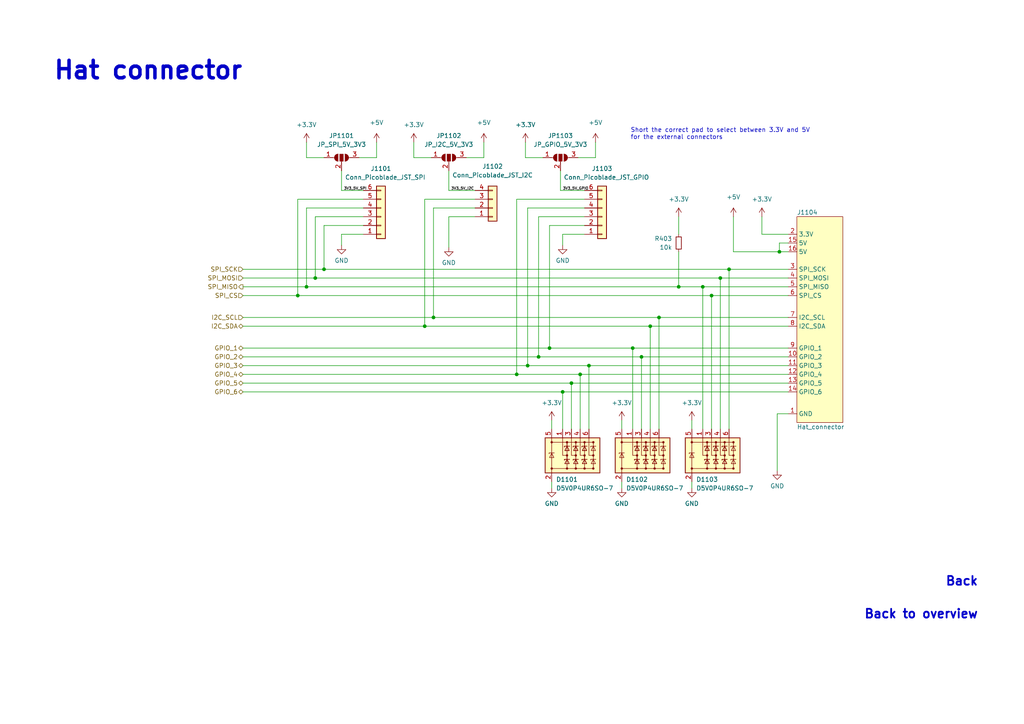
<source format=kicad_sch>
(kicad_sch (version 20230121) (generator eeschema)
  (paper "A4")
  (title_block (title "Hat Connector") (company "EPFL Xplore") (comment 2 "Author: Vincent Nguyen"))
  (lib_symbols
    (symbol "0_connectors:Hat_connector"
      (property "Reference" "J" (at -6.35 -26.035 0))
      (property "Value" "Hat_connector" (at -6.985 36.195 0))
      (symbol "Hat_connector_0_0"
        (pin power_in line (at -9.525 -22.225 0) (length 2.54) (name "GND") (number "1"))
        (pin bidirectional line (at -9.525 -5.715 0) (length 2.54) (name "GPIO_2") (number "10"))
        (pin bidirectional line (at -9.525 -8.255 0) (length 2.54) (name "GPIO_3") (number "11"))
        (pin bidirectional line (at -9.525 -10.795 0) (length 2.54) (name "GPIO_4") (number "12"))
        (pin bidirectional line (at -9.525 -13.335 0) (length 2.54) (name "GPIO_5") (number "13"))
        (pin bidirectional line (at -9.525 -15.875 0) (length 2.54) (name "GPIO_6") (number "14"))
        (pin power_in line (at -9.525 27.305 0) (length 2.54) (name "5V") (number "15"))
        (pin power_in line (at -9.525 24.765 0) (length 2.54) (name "5V") (number "16"))
        (pin power_in line (at -9.525 29.845 0) (length 2.54) (name "3.3V") (number "2"))
        (pin output line (at -9.525 19.685 0) (length 2.54) (name "SPI_SCK") (number "3"))
        (pin output line (at -9.525 17.145 0) (length 2.54) (name "SPI_MOSI") (number "4"))
        (pin input line (at -9.525 14.605 0) (length 2.54) (name "SPI_MISO") (number "5"))
        (pin output line (at -9.525 12.065 0) (length 2.54) (name "SPI_CS") (number "6"))
        (pin output line (at -9.525 5.715 0) (length 2.54) (name "I2C_SCL") (number "7"))
        (pin bidirectional line (at -9.525 3.175 0) (length 2.54) (name "I2C_SDA") (number "8"))
        (pin bidirectional line (at -9.525 -3.175 0) (length 2.54) (name "GPIO_1") (number "9"))
      )
      (symbol "Hat_connector_0_1"
        (rectangle (start -6.985 34.925) (end 6.35 -24.765) (fill (type background)))
      )
    )
    (symbol "0_power_protection:D5V0P4UR6SO-7" (pin_names hide)
      (property "Reference" "D" (at 7.366 6.604 0))
      (property "Value" "D5V0P4UR6SO-7" (at 3.048 -6.35 0))
      (symbol "D5V0P4UR6SO-7_0_0"
        (pin passive line (at -5.715 -7.62 90) (length 2.54) (name "VSS") (number "2"))
        (pin passive line (at -5.715 7.62 270) (length 2.54) (name "VCC") (number "5"))
      )
      (symbol "D5V0P4UR6SO-7_0_1"
        (rectangle (start -7.62 5.08) (end 8.255 -5.08) (stroke (width 0.254)) (fill (type background)))
        (circle (center -5.715 -3.81) (radius 0.254) (fill (type outline)))
        (circle (center -5.715 3.81) (radius 0.254) (fill (type outline)))
        (circle (center -1.27 -3.81) (radius 0.254) (fill (type outline)))
        (circle (center -1.27 0) (radius 0.254) (fill (type outline)))
        (circle (center -1.27 3.81) (radius 0.254) (fill (type outline)))
        (polyline (pts (xy -5.715 0.635) (xy -5.715 -5.08)))
        (polyline (pts (xy -5.715 1.905) (xy -5.715 0.635)))
        (polyline (pts (xy -5.715 5.08) (xy -5.715 1.905)))
        (polyline (pts (xy -1.27 -3.81) (xy -5.715 -3.81)))
        (polyline (pts (xy -1.27 0.127) (xy -1.27 -1.143)))
        (polyline (pts (xy -1.27 2.667) (xy -1.27 -1.143)))
        (polyline (pts (xy -1.27 3.937) (xy -1.27 2.667)))
        (polyline (pts (xy -1.27 3.937) (xy -1.27 2.667)))
        (polyline (pts (xy 1.27 0.127) (xy 1.27 -1.143)))
        (polyline (pts (xy 1.27 2.667) (xy 1.27 -1.143)))
        (polyline (pts (xy 1.27 3.937) (xy 1.27 2.667)))
        (polyline (pts (xy 1.27 3.937) (xy 1.27 2.667)))
        (polyline (pts (xy 3.81 0.127) (xy 3.81 -1.143)))
        (polyline (pts (xy 3.81 2.667) (xy 3.81 -1.143)))
        (polyline (pts (xy 3.81 3.937) (xy 3.81 2.667)))
        (polyline (pts (xy 3.81 3.937) (xy 3.81 2.667)))
        (polyline (pts (xy 6.096 3.81) (xy -5.969 3.81)))
        (polyline (pts (xy 6.35 -3.683) (xy 6.35 2.667)))
        (polyline (pts (xy 6.35 3.937) (xy 6.35 2.667)))
        (polyline (pts (xy 6.985 -1.143) (xy 7.112 -1.143)))
        (polyline (pts (xy 6.985 2.667) (xy 7.112 2.667)))
        (polyline (pts (xy -2.54 5.08) (xy -2.54 0) (xy -1.27 0)))
        (polyline (pts (xy -1.27 -1.27) (xy -1.27 -3.81) (xy 1.27 -3.81)))
        (polyline (pts (xy 0 5.08) (xy 0 0) (xy 1.27 0)))
        (polyline (pts (xy 1.27 -1.27) (xy 1.27 -3.81) (xy 6.35 -3.81)))
        (polyline (pts (xy 2.54 5.08) (xy 2.54 0) (xy 3.81 0)))
        (polyline (pts (xy 3.81 -1.27) (xy 3.81 -3.81) (xy 3.81 -3.81)))
        (polyline (pts (xy 5.08 5.08) (xy 5.08 0) (xy 6.35 0)))
        (polyline (pts (xy 6.985 -1.143) (xy 5.588 -1.143) (xy 5.588 -1.397)))
        (polyline (pts (xy 6.985 2.667) (xy 5.588 2.667) (xy 5.588 2.413)))
        (polyline (pts (xy -6.4836 0.4649) (xy -6.4836 0.7189) (xy -5.0866 0.7189) (xy -4.9596 0.7189)))
        (polyline (pts (xy -5.715 0.635) (xy -5.08 -0.635) (xy -6.35 -0.635) (xy -5.715 0.635)))
        (polyline (pts (xy -2.032 -1.397) (xy -2.032 -1.143) (xy -0.635 -1.143) (xy -0.508 -1.143)))
        (polyline (pts (xy -2.032 -1.397) (xy -2.032 -1.143) (xy -0.635 -1.143) (xy -0.508 -1.143)))
        (polyline (pts (xy -2.032 2.413) (xy -2.032 2.667) (xy -0.635 2.667) (xy -0.508 2.667)))
        (polyline (pts (xy -2.032 2.413) (xy -2.032 2.667) (xy -0.635 2.667) (xy -0.508 2.667)))
        (polyline (pts (xy -1.27 -1.143) (xy -0.635 -2.413) (xy -1.905 -2.413) (xy -1.27 -1.143)))
        (polyline (pts (xy -1.27 -1.143) (xy -0.635 -2.413) (xy -1.905 -2.413) (xy -1.27 -1.143)))
        (polyline (pts (xy -1.27 2.667) (xy -0.635 1.397) (xy -1.905 1.397) (xy -1.27 2.667)))
        (polyline (pts (xy -1.27 2.667) (xy -0.635 1.397) (xy -1.905 1.397) (xy -1.27 2.667)))
        (polyline (pts (xy 0.508 -1.397) (xy 0.508 -1.143) (xy 1.905 -1.143) (xy 2.032 -1.143)))
        (polyline (pts (xy 0.508 -1.397) (xy 0.508 -1.143) (xy 1.905 -1.143) (xy 2.032 -1.143)))
        (polyline (pts (xy 0.508 2.413) (xy 0.508 2.667) (xy 1.905 2.667) (xy 2.032 2.667)))
        (polyline (pts (xy 0.508 2.413) (xy 0.508 2.667) (xy 1.905 2.667) (xy 2.032 2.667)))
        (polyline (pts (xy 1.27 -1.143) (xy 1.905 -2.413) (xy 0.635 -2.413) (xy 1.27 -1.143)))
        (polyline (pts (xy 1.27 -1.143) (xy 1.905 -2.413) (xy 0.635 -2.413) (xy 1.27 -1.143)))
        (polyline (pts (xy 1.27 2.667) (xy 1.905 1.397) (xy 0.635 1.397) (xy 1.27 2.667)))
        (polyline (pts (xy 1.27 2.667) (xy 1.905 1.397) (xy 0.635 1.397) (xy 1.27 2.667)))
        (polyline (pts (xy 3.048 -1.397) (xy 3.048 -1.143) (xy 4.445 -1.143) (xy 4.572 -1.143)))
        (polyline (pts (xy 3.048 -1.397) (xy 3.048 -1.143) (xy 4.445 -1.143) (xy 4.572 -1.143)))
        (polyline (pts (xy 3.048 2.413) (xy 3.048 2.667) (xy 4.445 2.667) (xy 4.572 2.667)))
        (polyline (pts (xy 3.048 2.413) (xy 3.048 2.667) (xy 4.445 2.667) (xy 4.572 2.667)))
        (polyline (pts (xy 3.81 -1.143) (xy 4.445 -2.413) (xy 3.175 -2.413) (xy 3.81 -1.143)))
        (polyline (pts (xy 3.81 -1.143) (xy 4.445 -2.413) (xy 3.175 -2.413) (xy 3.81 -1.143)))
        (polyline (pts (xy 3.81 2.667) (xy 4.445 1.397) (xy 3.175 1.397) (xy 3.81 2.667)))
        (polyline (pts (xy 3.81 2.667) (xy 4.445 1.397) (xy 3.175 1.397) (xy 3.81 2.667)))
        (polyline (pts (xy 6.985 -2.413) (xy 5.715 -2.413) (xy 6.35 -1.143) (xy 6.985 -2.413)))
        (polyline (pts (xy 6.985 1.397) (xy 5.715 1.397) (xy 6.35 2.667) (xy 6.985 1.397)))
        (circle (center 1.27 -3.81) (radius 0.254) (fill (type outline)))
        (circle (center 1.27 0) (radius 0.254) (fill (type outline)))
        (circle (center 1.27 3.81) (radius 0.254) (fill (type outline)))
        (circle (center 3.81 -3.81) (radius 0.254) (fill (type outline)))
        (circle (center 3.81 0) (radius 0.254) (fill (type outline)))
        (circle (center 3.81 3.81) (radius 0.254) (fill (type outline)))
        (circle (center 6.35 -3.81) (radius 0.254) (fill (type outline)))
        (circle (center 6.35 0) (radius 0.254) (fill (type outline)))
        (circle (center 6.35 3.81) (radius 0.254) (fill (type outline)))
      )
      (symbol "D5V0P4UR6SO-7_1_1"
        (pin passive line (at -2.54 7.62 270) (length 2.54) (name "IO1") (number "1"))
        (pin passive line (at 0 7.62 270) (length 2.54) (name "IO2") (number "3"))
        (pin passive line (at 2.54 7.62 270) (length 2.54) (name "IO3") (number "4"))
        (pin passive line (at 5.08 7.62 270) (length 2.54) (name "IO4") (number "6"))
      )
    )
    (symbol "Connector_Generic:Conn_01x04" (pin_names (offset 1.016) hide)
      (property "Reference" "J" (at 0 5.08 0))
      (property "Value" "Conn_01x04" (at 0 -7.62 0))
      (symbol "Conn_01x04_1_1"
        (rectangle (start -1.27 -4.953) (end 0 -5.207) (stroke (width 0.1524)))
        (rectangle (start -1.27 -2.413) (end 0 -2.667) (stroke (width 0.1524)))
        (rectangle (start -1.27 0.127) (end 0 -0.127) (stroke (width 0.1524)))
        (rectangle (start -1.27 2.667) (end 0 2.413) (stroke (width 0.1524)))
        (rectangle (start -1.27 3.81) (end 1.27 -6.35) (stroke (width 0.254)) (fill (type background)))
        (pin passive line (at -5.08 2.54 0) (length 3.81) (name "Pin_1") (number "1"))
        (pin passive line (at -5.08 0 0) (length 3.81) (name "Pin_2") (number "2"))
        (pin passive line (at -5.08 -2.54 0) (length 3.81) (name "Pin_3") (number "3"))
        (pin passive line (at -5.08 -5.08 0) (length 3.81) (name "Pin_4") (number "4"))
      )
    )
    (symbol "Connector_Generic:Conn_01x06" (pin_names (offset 1.016) hide)
      (property "Reference" "J" (at 0 7.62 0))
      (property "Value" "Conn_01x06" (at 0 -10.16 0))
      (symbol "Conn_01x06_1_1"
        (rectangle (start -1.27 -7.493) (end 0 -7.747) (stroke (width 0.1524)))
        (rectangle (start -1.27 -4.953) (end 0 -5.207) (stroke (width 0.1524)))
        (rectangle (start -1.27 -2.413) (end 0 -2.667) (stroke (width 0.1524)))
        (rectangle (start -1.27 0.127) (end 0 -0.127) (stroke (width 0.1524)))
        (rectangle (start -1.27 2.667) (end 0 2.413) (stroke (width 0.1524)))
        (rectangle (start -1.27 5.207) (end 0 4.953) (stroke (width 0.1524)))
        (rectangle (start -1.27 6.35) (end 1.27 -8.89) (stroke (width 0.254)) (fill (type background)))
        (pin passive line (at -5.08 5.08 0) (length 3.81) (name "Pin_1") (number "1"))
        (pin passive line (at -5.08 2.54 0) (length 3.81) (name "Pin_2") (number "2"))
        (pin passive line (at -5.08 0 0) (length 3.81) (name "Pin_3") (number "3"))
        (pin passive line (at -5.08 -2.54 0) (length 3.81) (name "Pin_4") (number "4"))
        (pin passive line (at -5.08 -5.08 0) (length 3.81) (name "Pin_5") (number "5"))
        (pin passive line (at -5.08 -7.62 0) (length 3.81) (name "Pin_6") (number "6"))
      )
    )
    (symbol "Device:R_Small" (pin_numbers hide) (pin_names (offset 0.254) hide)
      (property "Reference" "R" (at 0.762 0.508 0))
      (property "Value" "R_Small" (at 0.762 -1.016 0))
      (symbol "R_Small_0_1"
        (rectangle (start -0.762 1.778) (end 0.762 -1.778) (stroke (width 0.2032)))
      )
      (symbol "R_Small_1_1"
        (pin passive line (at 0 2.54 270) (length 0.762) (name "~") (number "1"))
        (pin passive line (at 0 -2.54 90) (length 0.762) (name "~") (number "2"))
      )
    )
    (symbol "Jumper:SolderJumper_3_Open" (pin_names (offset 0) hide)
      (property "Reference" "JP" (at -2.54 -2.54 0))
      (property "Value" "SolderJumper_3_Open" (at 0 2.794 0))
      (symbol "SolderJumper_3_Open_0_1"
        (arc (start -1.016 1.016) (mid -2.0276 0) (end -1.016 -1.016))
        (arc (start -1.016 1.016) (mid -2.0276 0) (end -1.016 -1.016) (fill (type outline)))
        (rectangle (start -0.508 1.016) (end 0.508 -1.016) (fill (type outline)))
        (polyline (pts (xy -2.54 0) (xy -2.032 0)))
        (polyline (pts (xy -1.016 1.016) (xy -1.016 -1.016)))
        (polyline (pts (xy 0 -1.27) (xy 0 -1.016)))
        (polyline (pts (xy 1.016 1.016) (xy 1.016 -1.016)))
        (polyline (pts (xy 2.54 0) (xy 2.032 0)))
        (arc (start 1.016 -1.016) (mid 2.0276 0) (end 1.016 1.016))
        (arc (start 1.016 -1.016) (mid 2.0276 0) (end 1.016 1.016) (fill (type outline)))
      )
      (symbol "SolderJumper_3_Open_1_1"
        (pin passive line (at -5.08 0 0) (length 2.54) (name "A") (number "1"))
        (pin passive line (at 0 -3.81 90) (length 2.54) (name "C") (number "2"))
        (pin passive line (at 5.08 0 180) (length 2.54) (name "B") (number "3"))
      )
    )
    (symbol "power:+3.3V" (power) (pin_names (offset 0))
      (property "Value" "+3.3V" (at 0 3.556 0))
      (symbol "+3.3V_0_1"
        (polyline (pts (xy -0.762 1.27) (xy 0 2.54)))
        (polyline (pts (xy 0 0) (xy 0 2.54)))
        (polyline (pts (xy 0 2.54) (xy 0.762 1.27)))
      )
      (symbol "+3.3V_1_1"
        (pin power_in line (at 0 0 90) (length 0) hide (name "+3.3V") (number "1"))
      )
    )
    (symbol "power:+5V" (power) (pin_names (offset 0))
      (property "Value" "+5V" (at 0 3.556 0))
      (symbol "+5V_0_1"
        (polyline (pts (xy -0.762 1.27) (xy 0 2.54)))
        (polyline (pts (xy 0 0) (xy 0 2.54)))
        (polyline (pts (xy 0 2.54) (xy 0.762 1.27)))
      )
      (symbol "+5V_1_1"
        (pin power_in line (at 0 0 90) (length 0) hide (name "+5V") (number "1"))
      )
    )
    (symbol "power:GND" (power) (pin_names (offset 0))
      (property "Value" "GND" (at 0 -3.81 0))
      (symbol "GND_0_1"
        (polyline (pts (xy 0 0) (xy 0 -1.27) (xy 1.27 -1.27) (xy 0 -2.54) (xy -1.27 -1.27) (xy 0 -1.27)))
      )
      (symbol "GND_1_1"
        (pin power_in line (at 0 0 270) (length 0) hide (name "GND") (number "1"))
      )
    )
  )
  (junction (at 226.06 73.025))
  (junction (at 183.515 100.965))
  (junction (at 86.36 85.725))
  (junction (at 153.035 106.045))
  (junction (at 88.9 83.185))
  (junction (at 170.815 106.045))
  (junction (at 186.055 103.505))
  (junction (at 168.275 108.585))
  (junction (at 211.455 78.105))
  (junction (at 203.835 83.185))
  (junction (at 91.44 80.645))
  (junction (at 208.915 80.645))
  (junction (at 165.735 111.125))
  (junction (at 149.86 108.585))
  (junction (at 163.195 113.665))
  (junction (at 206.375 85.725))
  (junction (at 191.135 92.075))
  (junction (at 123.19 94.615))
  (junction (at 93.98 78.105))
  (junction (at 188.595 94.615))
  (junction (at 125.73 92.075))
  (junction (at 156.21 103.505))
  (junction (at 159.385 100.965))
  (junction (at 196.85 83.185))
  (wire (pts (xy 208.915 80.645) (xy 208.915 124.46)))
  (wire (pts (xy 149.86 57.785) (xy 149.86 108.585)))
  (wire (pts (xy 163.195 113.665) (xy 163.195 124.46)))
  (wire (pts (xy 163.195 113.665) (xy 228.6 113.665)))
  (wire (pts (xy 93.98 65.405) (xy 93.98 78.105)))
  (wire (pts (xy 70.485 106.045) (xy 153.035 106.045)))
  (wire (pts (xy 130.175 71.755) (xy 130.175 62.865)))
  (wire (pts (xy 162.56 49.53) (xy 162.56 55.245)))
  (wire (pts (xy 170.815 106.045) (xy 228.6 106.045)))
  (wire (pts (xy 140.335 41.275) (xy 140.335 45.72)))
  (wire (pts (xy 152.4 45.72) (xy 157.48 45.72)))
  (wire (pts (xy 70.485 103.505) (xy 156.21 103.505)))
  (wire (pts (xy 153.035 106.045) (xy 170.815 106.045)))
  (wire (pts (xy 228.6 73.025) (xy 226.06 73.025)))
  (wire (pts (xy 168.275 108.585) (xy 228.6 108.585)))
  (wire (pts (xy 225.425 120.015) (xy 228.6 120.015)))
  (wire (pts (xy 99.06 49.53) (xy 99.06 55.245)))
  (wire (pts (xy 70.485 85.725) (xy 86.36 85.725)))
  (wire (pts (xy 70.485 113.665) (xy 163.195 113.665)))
  (wire (pts (xy 169.545 62.865) (xy 156.21 62.865)))
  (wire (pts (xy 163.195 71.12) (xy 163.195 67.945)))
  (wire (pts (xy 170.815 106.045) (xy 170.815 124.46)))
  (wire (pts (xy 91.44 62.865) (xy 91.44 80.645)))
  (wire (pts (xy 220.98 67.945) (xy 228.6 67.945)))
  (wire (pts (xy 160.02 121.92) (xy 160.02 124.46)))
  (wire (pts (xy 70.485 78.105) (xy 93.98 78.105)))
  (wire (pts (xy 156.21 62.865) (xy 156.21 103.505)))
  (wire (pts (xy 165.735 111.125) (xy 165.735 124.46)))
  (wire (pts (xy 183.515 100.965) (xy 228.6 100.965)))
  (wire (pts (xy 188.595 94.615) (xy 228.6 94.615)))
  (wire (pts (xy 226.06 70.485) (xy 228.6 70.485)))
  (wire (pts (xy 200.66 139.7) (xy 200.66 141.605)))
  (wire (pts (xy 226.06 73.025) (xy 226.06 70.485)))
  (wire (pts (xy 156.21 103.505) (xy 186.055 103.505)))
  (wire (pts (xy 191.135 92.075) (xy 228.6 92.075)))
  (wire (pts (xy 70.485 80.645) (xy 91.44 80.645)))
  (wire (pts (xy 206.375 85.725) (xy 228.6 85.725)))
  (wire (pts (xy 191.135 92.075) (xy 191.135 124.46)))
  (wire (pts (xy 225.425 136.525) (xy 225.425 120.015)))
  (wire (pts (xy 162.56 55.245) (xy 169.545 55.245)))
  (wire (pts (xy 153.035 60.325) (xy 153.035 106.045)))
  (wire (pts (xy 70.485 92.075) (xy 125.73 92.075)))
  (wire (pts (xy 88.9 45.72) (xy 93.98 45.72)))
  (wire (pts (xy 211.455 78.105) (xy 228.6 78.105)))
  (wire (pts (xy 203.835 83.185) (xy 228.6 83.185)))
  (wire (pts (xy 88.9 60.325) (xy 88.9 83.185)))
  (wire (pts (xy 203.835 83.185) (xy 203.835 124.46)))
  (wire (pts (xy 70.485 100.965) (xy 159.385 100.965)))
  (wire (pts (xy 212.725 73.025) (xy 226.06 73.025)))
  (wire (pts (xy 120.015 41.275) (xy 120.015 45.72)))
  (wire (pts (xy 140.335 45.72) (xy 135.255 45.72)))
  (wire (pts (xy 70.485 108.585) (xy 149.86 108.585)))
  (wire (pts (xy 200.66 121.92) (xy 200.66 124.46)))
  (wire (pts (xy 105.41 57.785) (xy 86.36 57.785)))
  (wire (pts (xy 91.44 80.645) (xy 208.915 80.645)))
  (wire (pts (xy 196.85 83.185) (xy 203.835 83.185)))
  (wire (pts (xy 105.41 60.325) (xy 88.9 60.325)))
  (wire (pts (xy 123.19 57.785) (xy 123.19 94.615)))
  (wire (pts (xy 109.22 45.72) (xy 104.14 45.72)))
  (wire (pts (xy 186.055 103.505) (xy 186.055 124.46)))
  (wire (pts (xy 105.41 65.405) (xy 93.98 65.405)))
  (wire (pts (xy 109.22 41.275) (xy 109.22 45.72)))
  (wire (pts (xy 212.725 62.865) (xy 212.725 73.025)))
  (wire (pts (xy 186.055 103.505) (xy 228.6 103.505)))
  (wire (pts (xy 172.72 45.72) (xy 167.64 45.72)))
  (wire (pts (xy 180.34 121.92) (xy 180.34 124.46)))
  (wire (pts (xy 168.275 108.585) (xy 168.275 124.46)))
  (wire (pts (xy 125.73 92.075) (xy 191.135 92.075)))
  (wire (pts (xy 70.485 111.125) (xy 165.735 111.125)))
  (wire (pts (xy 183.515 100.965) (xy 183.515 124.46)))
  (wire (pts (xy 163.195 67.945) (xy 169.545 67.945)))
  (wire (pts (xy 120.015 45.72) (xy 125.095 45.72)))
  (wire (pts (xy 137.795 57.785) (xy 123.19 57.785)))
  (wire (pts (xy 169.545 57.785) (xy 149.86 57.785)))
  (wire (pts (xy 93.98 78.105) (xy 211.455 78.105)))
  (wire (pts (xy 99.06 55.245) (xy 105.41 55.245)))
  (wire (pts (xy 206.375 85.725) (xy 206.375 124.46)))
  (wire (pts (xy 137.795 60.325) (xy 125.73 60.325)))
  (wire (pts (xy 152.4 41.275) (xy 152.4 45.72)))
  (wire (pts (xy 86.36 57.785) (xy 86.36 85.725)))
  (wire (pts (xy 180.34 139.7) (xy 180.34 141.605)))
  (wire (pts (xy 105.41 62.865) (xy 91.44 62.865)))
  (wire (pts (xy 211.455 78.105) (xy 211.455 124.46)))
  (wire (pts (xy 196.85 62.865) (xy 196.85 67.945)))
  (wire (pts (xy 165.735 111.125) (xy 228.6 111.125)))
  (wire (pts (xy 172.72 41.275) (xy 172.72 45.72)))
  (wire (pts (xy 169.545 60.325) (xy 153.035 60.325)))
  (wire (pts (xy 70.485 83.185) (xy 88.9 83.185)))
  (wire (pts (xy 169.545 65.405) (xy 159.385 65.405)))
  (wire (pts (xy 159.385 100.965) (xy 183.515 100.965)))
  (wire (pts (xy 159.385 65.405) (xy 159.385 100.965)))
  (wire (pts (xy 130.175 62.865) (xy 137.795 62.865)))
  (wire (pts (xy 188.595 124.46) (xy 188.595 94.615)))
  (wire (pts (xy 220.98 62.865) (xy 220.98 67.945)))
  (wire (pts (xy 125.73 60.325) (xy 125.73 92.075)))
  (wire (pts (xy 88.9 83.185) (xy 196.85 83.185)))
  (wire (pts (xy 130.175 49.53) (xy 130.175 55.245)))
  (wire (pts (xy 160.02 139.7) (xy 160.02 141.605)))
  (wire (pts (xy 86.36 85.725) (xy 206.375 85.725)))
  (wire (pts (xy 208.915 80.645) (xy 228.6 80.645)))
  (wire (pts (xy 70.485 94.615) (xy 123.19 94.615)))
  (wire (pts (xy 88.9 41.275) (xy 88.9 45.72)))
  (wire (pts (xy 99.06 67.945) (xy 105.41 67.945)))
  (wire (pts (xy 149.86 108.585) (xy 168.275 108.585)))
  (wire (pts (xy 130.175 55.245) (xy 137.795 55.245)))
  (wire (pts (xy 123.19 94.615) (xy 188.595 94.615)))
  (wire (pts (xy 99.06 71.12) (xy 99.06 67.945)))
  (wire (pts (xy 196.85 73.025) (xy 196.85 83.185)))
  (text "Hat connector" (at 15.24 23.495 0) (effects (font (size 5.08 5.08) bold) (justify left bottom)))
  (text "Back to overview" (at 283.845 179.705 0) (effects (font (size 2.54 2.54) (thickness 0.508) bold) (justify right bottom)))
  (text "Back" (at 283.845 170.18 0) (effects (font (size 2.54 2.54) (thickness 0.508) bold) (justify right bottom)))
  (text "Short the correct pad to select between 3.3V and 5V \nfor the external connectors" (at 182.88 40.64 0) (effects (font (size 1.27 1.27)) (justify left bottom)))
  (label "3V3_5V_SPI" (at 99.695 55.245 0) (effects (font (size 0.762 0.762))))
  (label "3V3_5V_I2C" (at 130.81 55.245 0) (effects (font (size 0.762 0.762))))
  (label "3V3_5V_GPIO" (at 163.195 55.245 0) (effects (font (size 0.762 0.762))))
  (hierarchical_label "SPI_SCK" (shape input) (at 70.485 78.105 180))
  (hierarchical_label "GPIO_6" (shape bidirectional) (at 70.485 113.665 180))
  (hierarchical_label "GPIO_5" (shape bidirectional) (at 70.485 111.125 180))
  (hierarchical_label "SPI_MOSI" (shape input) (at 70.485 80.645 180))
  (hierarchical_label "I2C_SCL" (shape input) (at 70.485 92.075 180))
  (hierarchical_label "GPIO_4" (shape bidirectional) (at 70.485 108.585 180))
  (hierarchical_label "GPIO_2" (shape bidirectional) (at 70.485 103.505 180))
  (hierarchical_label "I2C_SDA" (shape bidirectional) (at 70.485 94.615 180))
  (hierarchical_label "GPIO_1" (shape bidirectional) (at 70.485 100.965 180))
  (hierarchical_label "SPI_CS" (shape input) (at 70.485 85.725 180))
  (hierarchical_label "SPI_MISO" (shape output) (at 70.485 83.185 180))
  (hierarchical_label "GPIO_3" (shape bidirectional) (at 70.485 106.045 180))
  (symbol (lib_id "power:GND") (at 130.175 71.755 0) (unit 1)
    (property "Reference" "#PWR01104" (effects hide))
    (property "Value" "GND" (at 130.175 76.2 0))
    (instances (project "orion_pcb" (path "" (reference "#PWR01104") (unit 1)) (path "" (reference "#PWR0904") (unit 1)) (path "" (reference "#PWR01004") (unit 1))))
  )
  (symbol (lib_id "0_connectors:Hat_connector") (at 238.125 97.79 0) (unit 1)
    (property "Reference" "J1104" (at 231.14 61.595 0) (effects (justify left)))
    (property "Value" "Hat_connector" (at 231.14 123.825 0) (effects (justify left)))
    (property "Footprint" "0_connectors:Hat_connector" (effects hide))
    (instances (project "orion_pcb" (path "" (reference "J1104") (unit 1)) (path "" (reference "J904") (unit 1)) (path "" (reference "J1004") (unit 1))))
  )
  (symbol (lib_id "power:+5V") (at 140.335 41.275 0) (unit 1)
    (property "Reference" "#PWR01113" (effects hide))
    (property "Value" "+5V" (at 140.335 35.56 0))
    (instances (project "orion_pcb" (path "" (reference "#PWR01113") (unit 1)) (path "" (reference "#PWR0913") (unit 1)) (path "" (reference "#PWR01013") (unit 1))))
  )
  (symbol (lib_id "power:GND") (at 200.66 141.605 0) (unit 1)
    (property "Reference" "#PWR01118" (effects hide))
    (property "Value" "GND" (at 200.66 146.05 0))
    (instances (project "orion_pcb" (path "" (reference "#PWR01118") (unit 1)) (path "" (reference "#PWR0918") (unit 1)) (path "" (reference "#PWR01018") (unit 1))))
  )
  (symbol (lib_id "power:+3.3V") (at 160.02 121.92 0) (unit 1)
    (property "Reference" "#PWR01107" (effects hide))
    (property "Value" "+3.3V" (at 160.02 116.84 0))
    (instances (project "orion_pcb" (path "" (reference "#PWR01107") (unit 1)) (path "" (reference "#PWR0907") (unit 1)) (path "" (reference "#PWR01007") (unit 1))))
  )
  (symbol (lib_id "0_power_protection:D5V0P4UR6SO-7") (at 186.055 132.08 0) (unit 1)
    (property "Reference" "D1102" (at 181.61 139.065 0) (effects (justify left)))
    (property "Value" "D5V0P4UR6SO-7" (at 181.61 141.605 0) (effects (justify left)))
    (property "Footprint" "Package_TO_SOT_SMD:SOT-23-6" (effects hide))
    (property "Datasheet" "https://www.diodes.com/assets/Datasheets/D5V0P4UR6SO.pdf" (effects hide))
    (instances (project "orion_pcb" (path "" (reference "D1102") (unit 1)) (path "" (reference "D902") (unit 1)) (path "" (reference "D1002") (unit 1))))
  )
  (symbol (lib_id "Jumper:SolderJumper_3_Open") (at 130.175 45.72 0) (unit 1) (in_bom no)
    (property "Reference" "JP1102" (at 130.175 39.37 0))
    (property "Value" "JP_I2C_5V_3V3" (at 130.175 41.91 0))
    (property "Footprint" "Jumper:SolderJumper-3_P1.3mm_Open_RoundedPad1.0x1.5mm" (effects hide))
    (instances (project "orion_pcb" (path "" (reference "JP1102") (unit 1)) (path "" (reference "JP902") (unit 1)) (path "" (reference "JP1002") (unit 1))))
  )
  (symbol (lib_id "Connector_Generic:Conn_01x06") (at 110.49 62.865 0) (mirror x) (unit 1)
    (property "Reference" "J1101" (at 110.49 48.895 0))
    (property "Value" "Conn_Picoblade_JST_SPI" (at 111.76 51.435 0))
    (property "Footprint" "0_connectors:PicoBlade_JST-GH-1x06_1.25mm_Vertical" (effects hide))
    (property "Datasheet" "https://www.molex.com/pdm_docs/sd/530470610_sd.pdf" (effects hide))
    (property "Manufacturer ref" "0530470610" (effects hide))
    (property "Digikey ref" "WM1735-ND" (effects hide))
    (instances (project "orion_pcb" (path "" (reference "J1101") (unit 1)) (path "" (reference "J901") (unit 1)) (path "" (reference "J1001") (unit 1))))
  )
  (symbol (lib_id "power:+3.3V") (at 200.66 121.92 0) (unit 1)
    (property "Reference" "#PWR01117" (effects hide))
    (property "Value" "+3.3V" (at 200.66 116.84 0))
    (instances (project "orion_pcb" (path "" (reference "#PWR01117") (unit 1)) (path "" (reference "#PWR0917") (unit 1)) (path "" (reference "#PWR01017") (unit 1))))
  )
  (symbol (lib_id "power:+3.3V") (at 120.015 41.275 0) (unit 1)
    (property "Reference" "#PWR01109" (effects hide))
    (property "Value" "+3.3V" (at 120.015 36.195 0))
    (instances (project "orion_pcb" (path "" (reference "#PWR01109") (unit 1)) (path "" (reference "#PWR0909") (unit 1)) (path "" (reference "#PWR01009") (unit 1))))
  )
  (symbol (lib_id "power:+5V") (at 172.72 41.275 0) (unit 1)
    (property "Reference" "#PWR01114" (effects hide))
    (property "Value" "+5V" (at 172.72 35.56 0))
    (instances (project "orion_pcb" (path "" (reference "#PWR01114") (unit 1)) (path "" (reference "#PWR0914") (unit 1)) (path "" (reference "#PWR01014") (unit 1))))
  )
  (symbol (lib_id "power:+3.3V") (at 180.34 121.92 0) (unit 1)
    (property "Reference" "#PWR01115" (effects hide))
    (property "Value" "+3.3V" (at 180.34 116.84 0))
    (instances (project "orion_pcb" (path "" (reference "#PWR01115") (unit 1)) (path "" (reference "#PWR0915") (unit 1)) (path "" (reference "#PWR01015") (unit 1))))
  )
  (symbol (lib_id "0_power_protection:D5V0P4UR6SO-7") (at 165.735 132.08 0) (unit 1)
    (property "Reference" "D1101" (at 161.29 139.065 0) (effects (justify left)))
    (property "Value" "D5V0P4UR6SO-7" (at 161.29 141.605 0) (effects (justify left)))
    (property "Footprint" "Package_TO_SOT_SMD:SOT-23-6" (effects hide))
    (property "Datasheet" "https://www.diodes.com/assets/Datasheets/D5V0P4UR6SO.pdf" (effects hide))
    (instances (project "orion_pcb" (path "" (reference "D1101") (unit 1)) (path "" (reference "D901") (unit 1)) (path "" (reference "D1001") (unit 1))))
  )
  (symbol (lib_id "power:+3.3V") (at 88.9 41.275 0) (unit 1)
    (property "Reference" "#PWR01101" (effects hide))
    (property "Value" "+3.3V" (at 88.9 36.195 0))
    (instances (project "orion_pcb" (path "" (reference "#PWR01101") (unit 1)) (path "" (reference "#PWR0901") (unit 1)) (path "" (reference "#PWR01001") (unit 1))))
  )
  (symbol (lib_id "Jumper:SolderJumper_3_Open") (at 99.06 45.72 0) (unit 1) (in_bom no)
    (property "Reference" "JP1101" (at 99.06 39.37 0))
    (property "Value" "JP_SPI_5V_3V3" (at 99.06 41.91 0))
    (property "Footprint" "Jumper:SolderJumper-3_P1.3mm_Open_RoundedPad1.0x1.5mm" (effects hide))
    (instances (project "orion_pcb" (path "" (reference "JP1101") (unit 1)) (path "" (reference "JP901") (unit 1)) (path "" (reference "JP1001") (unit 1))))
  )
  (symbol (lib_id "Jumper:SolderJumper_3_Open") (at 162.56 45.72 0) (unit 1) (in_bom no)
    (property "Reference" "JP1103" (at 162.56 39.37 0))
    (property "Value" "JP_GPIO_5V_3V3" (at 162.56 41.91 0))
    (property "Footprint" "Jumper:SolderJumper-3_P1.3mm_Open_RoundedPad1.0x1.5mm" (effects hide))
    (instances (project "orion_pcb" (path "" (reference "JP1103") (unit 1)) (path "" (reference "JP903") (unit 1)) (path "" (reference "JP1003") (unit 1))))
  )
  (symbol (lib_id "power:GND") (at 225.425 136.525 0) (unit 1)
    (property "Reference" "#PWR01112" (effects hide))
    (property "Value" "GND" (at 225.425 140.97 0))
    (instances (project "orion_pcb" (path "" (reference "#PWR01112") (unit 1)) (path "" (reference "#PWR0912") (unit 1)) (path "" (reference "#PWR01012") (unit 1))))
  )
  (symbol (lib_id "power:GND") (at 99.06 71.12 0) (unit 1)
    (property "Reference" "#PWR01102" (effects hide))
    (property "Value" "GND" (at 99.06 75.565 0))
    (instances (project "orion_pcb" (path "" (reference "#PWR01102") (unit 1)) (path "" (reference "#PWR0902") (unit 1)) (path "" (reference "#PWR01002") (unit 1))))
  )
  (symbol (lib_id "Connector_Generic:Conn_01x04") (at 142.875 60.325 0) (mirror x) (unit 1)
    (property "Reference" "J1102" (at 142.875 48.26 0))
    (property "Value" "Conn_Picoblade_JST_I2C" (at 142.875 50.8 0))
    (property "Footprint" "0_connectors:PicoBlade-JST-GH-1x04_1.25mm_Vertical" (effects hide))
    (property "Datasheet" "https://www.molex.com/pdm_docs/sd/530470410_sd.pdf" (effects hide))
    (property "Manufacturer ref" "0530470410" (effects hide))
    (property "Digikey ref" "WM1733-ND" (effects hide))
    (instances (project "orion_pcb" (path "" (reference "J1102") (unit 1)) (path "" (reference "J902") (unit 1)) (path "" (reference "J1002") (unit 1))))
  )
  (symbol (lib_id "0_power_protection:D5V0P4UR6SO-7") (at 206.375 132.08 0) (unit 1)
    (property "Reference" "D1103" (at 201.93 139.065 0) (effects (justify left)))
    (property "Value" "D5V0P4UR6SO-7" (at 201.93 141.605 0) (effects (justify left)))
    (property "Footprint" "Package_TO_SOT_SMD:SOT-23-6" (effects hide))
    (property "Datasheet" "https://www.diodes.com/assets/Datasheets/D5V0P4UR6SO.pdf" (effects hide))
    (instances (project "orion_pcb" (path "" (reference "D1103") (unit 1)) (path "" (reference "D903") (unit 1)) (path "" (reference "D1003") (unit 1))))
  )
  (symbol (lib_id "power:+5V") (at 212.725 62.865 0) (unit 1)
    (property "Reference" "#PWR01110" (effects hide))
    (property "Value" "+5V" (at 212.725 57.15 0))
    (instances (project "orion_pcb" (path "" (reference "#PWR01110") (unit 1)) (path "" (reference "#PWR0910") (unit 1)) (path "" (reference "#PWR01010") (unit 1))))
  )
  (symbol (lib_id "Device:R_Small") (at 196.85 70.485 0) (mirror x) (unit 1)
    (property "Reference" "R403" (at 194.945 69.2149 0) (effects (justify right)))
    (property "Value" "10k" (at 194.945 71.7549 0) (effects (justify right)))
    (property "Footprint" "Resistor_SMD:R_0603_1608Metric" (effects hide))
    (instances (project "orion_pcb" (path "" (reference "R403") (unit 1)) (path "" (reference "R901") (unit 1)) (path "" (reference "R1001") (unit 1)) (path "" (reference "R1101") (unit 1))))
  )
  (symbol (lib_id "Connector_Generic:Conn_01x06") (at 174.625 62.865 0) (mirror x) (unit 1)
    (property "Reference" "J1103" (at 174.625 48.895 0))
    (property "Value" "Conn_Picoblade_JST_GPIO" (at 175.895 51.435 0))
    (property "Footprint" "0_connectors:PicoBlade_JST-GH-1x06_1.25mm_Vertical" (effects hide))
    (property "Datasheet" "https://www.molex.com/pdm_docs/sd/530470610_sd.pdf" (effects hide))
    (property "Manufacturer ref" "0530470610" (effects hide))
    (property "Digikey ref" "WM1735-ND" (effects hide))
    (instances (project "orion_pcb" (path "" (reference "J1103") (unit 1)) (path "" (reference "J903") (unit 1)) (path "" (reference "J1003") (unit 1))))
  )
  (symbol (lib_id "power:+5V") (at 109.22 41.275 0) (unit 1)
    (property "Reference" "#PWR01103" (effects hide))
    (property "Value" "+5V" (at 109.22 35.56 0))
    (instances (project "orion_pcb" (path "" (reference "#PWR01103") (unit 1)) (path "" (reference "#PWR0903") (unit 1)) (path "" (reference "#PWR01003") (unit 1))))
  )
  (symbol (lib_id "power:GND") (at 160.02 141.605 0) (unit 1)
    (property "Reference" "#PWR01108" (effects hide))
    (property "Value" "GND" (at 160.02 146.05 0))
    (instances (project "orion_pcb" (path "" (reference "#PWR01108") (unit 1)) (path "" (reference "#PWR0908") (unit 1)) (path "" (reference "#PWR01008") (unit 1))))
  )
  (symbol (lib_id "power:GND") (at 163.195 71.12 0) (unit 1)
    (property "Reference" "#PWR01106" (effects hide))
    (property "Value" "GND" (at 163.195 75.565 0))
    (instances (project "orion_pcb" (path "" (reference "#PWR01106") (unit 1)) (path "" (reference "#PWR0906") (unit 1)) (path "" (reference "#PWR01006") (unit 1))))
  )
  (symbol (lib_id "power:+3.3V") (at 220.98 62.865 0) (unit 1)
    (property "Reference" "#PWR01111" (effects hide))
    (property "Value" "+3.3V" (at 220.98 57.785 0))
    (instances (project "orion_pcb" (path "" (reference "#PWR01111") (unit 1)) (path "" (reference "#PWR0911") (unit 1)) (path "" (reference "#PWR01011") (unit 1))))
  )
  (symbol (lib_id "power:+3.3V") (at 152.4 41.275 0) (unit 1)
    (property "Reference" "#PWR01105" (effects hide))
    (property "Value" "+3.3V" (at 152.4 36.195 0))
    (instances (project "orion_pcb" (path "" (reference "#PWR01105") (unit 1)) (path "" (reference "#PWR0905") (unit 1)) (path "" (reference "#PWR01005") (unit 1))))
  )
  (symbol (lib_id "power:GND") (at 180.34 141.605 0) (unit 1)
    (property "Reference" "#PWR01116" (effects hide))
    (property "Value" "GND" (at 180.34 146.05 0))
    (instances (project "orion_pcb" (path "" (reference "#PWR01116") (unit 1)) (path "" (reference "#PWR0916") (unit 1)) (path "" (reference "#PWR01016") (unit 1))))
  )
  (symbol (lib_id "power:+3.3V") (at 196.85 62.865 0) (unit 1)
    (property "Reference" "#PWR01119" (effects hide))
    (property "Value" "+3.3V" (at 196.85 57.785 0))
    (instances (project "orion_pcb" (path "" (reference "#PWR01119") (unit 1)) (path "" (reference "#PWR0919") (unit 1)) (path "" (reference "#PWR01019") (unit 1))))
  )
)
</source>
